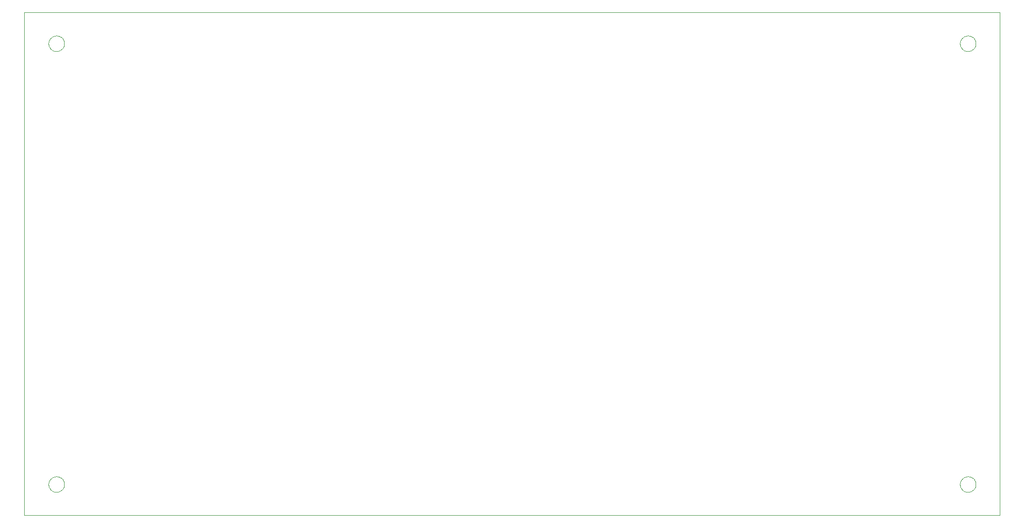
<source format=gko>
G75*
G70*
%OFA0B0*%
%FSLAX24Y24*%
%IPPOS*%
%LPD*%
%AMOC8*
5,1,8,0,0,1.08239X$1,22.5*
%
%ADD10C,0.0000*%
D10*
X000101Y000106D02*
X000101Y035476D01*
X068594Y035476D01*
X068594Y000106D01*
X000101Y000106D01*
X001798Y002291D02*
X001800Y002341D01*
X001807Y002391D01*
X001818Y002440D01*
X001834Y002487D01*
X001854Y002533D01*
X001878Y002577D01*
X001906Y002619D01*
X001938Y002658D01*
X001973Y002694D01*
X002011Y002726D01*
X002052Y002755D01*
X002096Y002780D01*
X002141Y002801D01*
X002188Y002818D01*
X002237Y002830D01*
X002286Y002838D01*
X002336Y002842D01*
X002387Y002841D01*
X002436Y002835D01*
X002486Y002825D01*
X002534Y002810D01*
X002580Y002791D01*
X002624Y002768D01*
X002667Y002741D01*
X002706Y002710D01*
X002743Y002676D01*
X002776Y002639D01*
X002806Y002598D01*
X002832Y002556D01*
X002854Y002511D01*
X002872Y002464D01*
X002886Y002415D01*
X002895Y002366D01*
X002899Y002316D01*
X002899Y002266D01*
X002895Y002216D01*
X002886Y002167D01*
X002872Y002118D01*
X002854Y002071D01*
X002832Y002026D01*
X002806Y001984D01*
X002776Y001943D01*
X002743Y001906D01*
X002706Y001872D01*
X002667Y001841D01*
X002625Y001814D01*
X002580Y001791D01*
X002534Y001772D01*
X002486Y001757D01*
X002436Y001747D01*
X002387Y001741D01*
X002336Y001740D01*
X002286Y001744D01*
X002237Y001752D01*
X002188Y001764D01*
X002141Y001781D01*
X002096Y001802D01*
X002052Y001827D01*
X002011Y001856D01*
X001973Y001888D01*
X001938Y001924D01*
X001906Y001963D01*
X001878Y002005D01*
X001854Y002049D01*
X001834Y002095D01*
X001818Y002142D01*
X001807Y002191D01*
X001800Y002241D01*
X001798Y002291D01*
X001798Y033291D02*
X001800Y033341D01*
X001807Y033391D01*
X001818Y033440D01*
X001834Y033487D01*
X001854Y033533D01*
X001878Y033577D01*
X001906Y033619D01*
X001938Y033658D01*
X001973Y033694D01*
X002011Y033726D01*
X002052Y033755D01*
X002096Y033780D01*
X002141Y033801D01*
X002188Y033818D01*
X002237Y033830D01*
X002286Y033838D01*
X002336Y033842D01*
X002387Y033841D01*
X002436Y033835D01*
X002486Y033825D01*
X002534Y033810D01*
X002580Y033791D01*
X002624Y033768D01*
X002667Y033741D01*
X002706Y033710D01*
X002743Y033676D01*
X002776Y033639D01*
X002806Y033598D01*
X002832Y033556D01*
X002854Y033511D01*
X002872Y033464D01*
X002886Y033415D01*
X002895Y033366D01*
X002899Y033316D01*
X002899Y033266D01*
X002895Y033216D01*
X002886Y033167D01*
X002872Y033118D01*
X002854Y033071D01*
X002832Y033026D01*
X002806Y032984D01*
X002776Y032943D01*
X002743Y032906D01*
X002706Y032872D01*
X002667Y032841D01*
X002625Y032814D01*
X002580Y032791D01*
X002534Y032772D01*
X002486Y032757D01*
X002436Y032747D01*
X002387Y032741D01*
X002336Y032740D01*
X002286Y032744D01*
X002237Y032752D01*
X002188Y032764D01*
X002141Y032781D01*
X002096Y032802D01*
X002052Y032827D01*
X002011Y032856D01*
X001973Y032888D01*
X001938Y032924D01*
X001906Y032963D01*
X001878Y033005D01*
X001854Y033049D01*
X001834Y033095D01*
X001818Y033142D01*
X001807Y033191D01*
X001800Y033241D01*
X001798Y033291D01*
X065798Y033291D02*
X065800Y033341D01*
X065807Y033391D01*
X065818Y033440D01*
X065834Y033487D01*
X065854Y033533D01*
X065878Y033577D01*
X065906Y033619D01*
X065938Y033658D01*
X065973Y033694D01*
X066011Y033726D01*
X066052Y033755D01*
X066096Y033780D01*
X066141Y033801D01*
X066188Y033818D01*
X066237Y033830D01*
X066286Y033838D01*
X066336Y033842D01*
X066387Y033841D01*
X066436Y033835D01*
X066486Y033825D01*
X066534Y033810D01*
X066580Y033791D01*
X066624Y033768D01*
X066667Y033741D01*
X066706Y033710D01*
X066743Y033676D01*
X066776Y033639D01*
X066806Y033598D01*
X066832Y033556D01*
X066854Y033511D01*
X066872Y033464D01*
X066886Y033415D01*
X066895Y033366D01*
X066899Y033316D01*
X066899Y033266D01*
X066895Y033216D01*
X066886Y033167D01*
X066872Y033118D01*
X066854Y033071D01*
X066832Y033026D01*
X066806Y032984D01*
X066776Y032943D01*
X066743Y032906D01*
X066706Y032872D01*
X066667Y032841D01*
X066625Y032814D01*
X066580Y032791D01*
X066534Y032772D01*
X066486Y032757D01*
X066436Y032747D01*
X066387Y032741D01*
X066336Y032740D01*
X066286Y032744D01*
X066237Y032752D01*
X066188Y032764D01*
X066141Y032781D01*
X066096Y032802D01*
X066052Y032827D01*
X066011Y032856D01*
X065973Y032888D01*
X065938Y032924D01*
X065906Y032963D01*
X065878Y033005D01*
X065854Y033049D01*
X065834Y033095D01*
X065818Y033142D01*
X065807Y033191D01*
X065800Y033241D01*
X065798Y033291D01*
X065798Y002291D02*
X065800Y002341D01*
X065807Y002391D01*
X065818Y002440D01*
X065834Y002487D01*
X065854Y002533D01*
X065878Y002577D01*
X065906Y002619D01*
X065938Y002658D01*
X065973Y002694D01*
X066011Y002726D01*
X066052Y002755D01*
X066096Y002780D01*
X066141Y002801D01*
X066188Y002818D01*
X066237Y002830D01*
X066286Y002838D01*
X066336Y002842D01*
X066387Y002841D01*
X066436Y002835D01*
X066486Y002825D01*
X066534Y002810D01*
X066580Y002791D01*
X066624Y002768D01*
X066667Y002741D01*
X066706Y002710D01*
X066743Y002676D01*
X066776Y002639D01*
X066806Y002598D01*
X066832Y002556D01*
X066854Y002511D01*
X066872Y002464D01*
X066886Y002415D01*
X066895Y002366D01*
X066899Y002316D01*
X066899Y002266D01*
X066895Y002216D01*
X066886Y002167D01*
X066872Y002118D01*
X066854Y002071D01*
X066832Y002026D01*
X066806Y001984D01*
X066776Y001943D01*
X066743Y001906D01*
X066706Y001872D01*
X066667Y001841D01*
X066625Y001814D01*
X066580Y001791D01*
X066534Y001772D01*
X066486Y001757D01*
X066436Y001747D01*
X066387Y001741D01*
X066336Y001740D01*
X066286Y001744D01*
X066237Y001752D01*
X066188Y001764D01*
X066141Y001781D01*
X066096Y001802D01*
X066052Y001827D01*
X066011Y001856D01*
X065973Y001888D01*
X065938Y001924D01*
X065906Y001963D01*
X065878Y002005D01*
X065854Y002049D01*
X065834Y002095D01*
X065818Y002142D01*
X065807Y002191D01*
X065800Y002241D01*
X065798Y002291D01*
M02*

</source>
